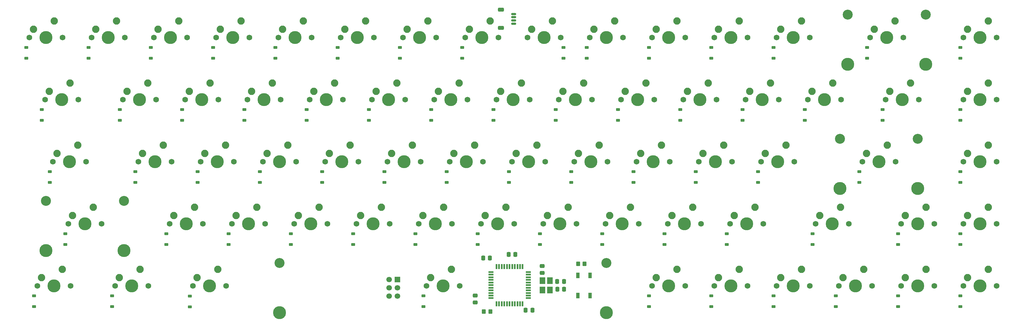
<source format=gbr>
%TF.GenerationSoftware,KiCad,Pcbnew,9.0.1*%
%TF.CreationDate,2025-04-24T13:53:35-06:00*%
%TF.ProjectId,PCBv1,50434276-312e-46b6-9963-61645f706362,rev?*%
%TF.SameCoordinates,Original*%
%TF.FileFunction,Soldermask,Bot*%
%TF.FilePolarity,Negative*%
%FSLAX46Y46*%
G04 Gerber Fmt 4.6, Leading zero omitted, Abs format (unit mm)*
G04 Created by KiCad (PCBNEW 9.0.1) date 2025-04-24 13:53:35*
%MOMM*%
%LPD*%
G01*
G04 APERTURE LIST*
G04 Aperture macros list*
%AMRoundRect*
0 Rectangle with rounded corners*
0 $1 Rounding radius*
0 $2 $3 $4 $5 $6 $7 $8 $9 X,Y pos of 4 corners*
0 Add a 4 corners polygon primitive as box body*
4,1,4,$2,$3,$4,$5,$6,$7,$8,$9,$2,$3,0*
0 Add four circle primitives for the rounded corners*
1,1,$1+$1,$2,$3*
1,1,$1+$1,$4,$5*
1,1,$1+$1,$6,$7*
1,1,$1+$1,$8,$9*
0 Add four rect primitives between the rounded corners*
20,1,$1+$1,$2,$3,$4,$5,0*
20,1,$1+$1,$4,$5,$6,$7,0*
20,1,$1+$1,$6,$7,$8,$9,0*
20,1,$1+$1,$8,$9,$2,$3,0*%
G04 Aperture macros list end*
%ADD10C,1.750000*%
%ADD11C,3.987800*%
%ADD12C,2.250000*%
%ADD13C,3.048000*%
%ADD14RoundRect,0.225000X0.375000X-0.225000X0.375000X0.225000X-0.375000X0.225000X-0.375000X-0.225000X0*%
%ADD15RoundRect,0.250000X0.350000X0.450000X-0.350000X0.450000X-0.350000X-0.450000X0.350000X-0.450000X0*%
%ADD16RoundRect,0.250000X0.337500X0.475000X-0.337500X0.475000X-0.337500X-0.475000X0.337500X-0.475000X0*%
%ADD17RoundRect,0.250000X-0.475000X0.337500X-0.475000X-0.337500X0.475000X-0.337500X0.475000X0.337500X0*%
%ADD18RoundRect,0.150000X0.625000X-0.150000X0.625000X0.150000X-0.625000X0.150000X-0.625000X-0.150000X0*%
%ADD19RoundRect,0.250000X0.650000X-0.350000X0.650000X0.350000X-0.650000X0.350000X-0.650000X-0.350000X0*%
%ADD20R,1.100000X1.800000*%
%ADD21C,1.700000*%
%ADD22R,1.700000X1.700000*%
%ADD23RoundRect,0.250000X-0.337500X-0.475000X0.337500X-0.475000X0.337500X0.475000X-0.337500X0.475000X0*%
%ADD24RoundRect,0.250000X0.475000X-0.337500X0.475000X0.337500X-0.475000X0.337500X-0.475000X-0.337500X0*%
%ADD25R,0.550000X1.500000*%
%ADD26R,1.500000X0.550000*%
%ADD27R,1.800000X2.100000*%
G04 APERTURE END LIST*
D10*
%TO.C,SW61*%
X98901250Y-149225000D03*
D11*
X103981250Y-149225000D03*
D10*
X109061250Y-149225000D03*
D12*
X100171250Y-146685000D03*
X106521250Y-144145000D03*
%TD*%
D10*
%TO.C,SW24*%
X215582500Y-92075000D03*
D11*
X220662500Y-92075000D03*
D10*
X225742500Y-92075000D03*
D12*
X216852500Y-89535000D03*
X223202500Y-86995000D03*
%TD*%
D10*
%TO.C,SW26*%
X253682500Y-92075000D03*
D11*
X258762500Y-92075000D03*
D10*
X263842500Y-92075000D03*
D12*
X254952500Y-89535000D03*
X261302500Y-86995000D03*
%TD*%
D10*
%TO.C,SW27*%
X272732500Y-92075000D03*
D11*
X277812500Y-92075000D03*
D10*
X282892500Y-92075000D03*
D12*
X274002500Y-89535000D03*
X280352500Y-86995000D03*
%TD*%
D10*
%TO.C,SW41*%
X258445000Y-111125000D03*
D11*
X263525000Y-111125000D03*
D10*
X268605000Y-111125000D03*
D12*
X259715000Y-108585000D03*
X266065000Y-106045000D03*
%TD*%
D10*
%TO.C,SW67*%
X320357500Y-149225000D03*
D11*
X325437500Y-149225000D03*
D10*
X330517500Y-149225000D03*
D12*
X321627500Y-146685000D03*
X327977500Y-144145000D03*
%TD*%
D10*
%TO.C,SW56*%
X287020000Y-130175000D03*
D11*
X292100000Y-130175000D03*
D10*
X297180000Y-130175000D03*
D12*
X288290000Y-127635000D03*
X294640000Y-125095000D03*
%TD*%
D10*
%TO.C,SW52*%
X210820000Y-130175000D03*
D11*
X215900000Y-130175000D03*
D10*
X220980000Y-130175000D03*
D12*
X212090000Y-127635000D03*
X218440000Y-125095000D03*
%TD*%
D10*
%TO.C,SW42*%
X277495000Y-111125000D03*
D11*
X282575000Y-111125000D03*
D10*
X287655000Y-111125000D03*
D12*
X278765000Y-108585000D03*
X285115000Y-106045000D03*
%TD*%
D10*
%TO.C,SW3*%
X91757500Y-73025000D03*
D11*
X96837500Y-73025000D03*
D10*
X101917500Y-73025000D03*
D12*
X93027500Y-70485000D03*
X99377500Y-67945000D03*
%TD*%
D10*
%TO.C,SW68*%
X339407500Y-149225000D03*
D11*
X344487500Y-149225000D03*
D10*
X349567500Y-149225000D03*
D12*
X340677500Y-146685000D03*
X347027500Y-144145000D03*
%TD*%
D10*
%TO.C,SW59*%
X358457500Y-130175000D03*
D11*
X363537500Y-130175000D03*
D10*
X368617500Y-130175000D03*
D12*
X359727500Y-127635000D03*
X366077500Y-125095000D03*
%TD*%
D10*
%TO.C,SW31*%
X358457500Y-92075000D03*
D11*
X363537500Y-92075000D03*
D10*
X368617500Y-92075000D03*
D12*
X359727500Y-89535000D03*
X366077500Y-86995000D03*
%TD*%
D10*
%TO.C,SW34*%
X125095000Y-111125000D03*
D11*
X130175000Y-111125000D03*
D10*
X135255000Y-111125000D03*
D12*
X126365000Y-108585000D03*
X132715000Y-106045000D03*
%TD*%
D10*
%TO.C,SW16*%
X358457500Y-73025000D03*
D11*
X363537500Y-73025000D03*
D10*
X368617500Y-73025000D03*
D12*
X359727500Y-70485000D03*
X366077500Y-67945000D03*
%TD*%
D10*
%TO.C,SW66*%
X301307500Y-149225000D03*
D11*
X306387500Y-149225000D03*
D10*
X311467500Y-149225000D03*
D12*
X302577500Y-146685000D03*
X308927500Y-144145000D03*
%TD*%
D10*
%TO.C,SW6*%
X148907500Y-73025000D03*
D11*
X153987500Y-73025000D03*
D10*
X159067500Y-73025000D03*
D12*
X150177500Y-70485000D03*
X156527500Y-67945000D03*
%TD*%
D10*
%TO.C,SW18*%
X101282500Y-92075000D03*
D11*
X106362500Y-92075000D03*
D10*
X111442500Y-92075000D03*
D12*
X102552500Y-89535000D03*
X108902500Y-86995000D03*
%TD*%
D10*
%TO.C,SW8*%
X187007500Y-73025000D03*
D11*
X192087500Y-73025000D03*
D10*
X197167500Y-73025000D03*
D12*
X188277500Y-70485000D03*
X194627500Y-67945000D03*
%TD*%
D10*
%TO.C,SW22*%
X177482500Y-92075000D03*
D11*
X182562500Y-92075000D03*
D10*
X187642500Y-92075000D03*
D12*
X178752500Y-89535000D03*
X185102500Y-86995000D03*
%TD*%
D10*
%TO.C,SW40*%
X239395000Y-111125000D03*
D11*
X244475000Y-111125000D03*
D10*
X249555000Y-111125000D03*
D12*
X240665000Y-108585000D03*
X247015000Y-106045000D03*
%TD*%
D10*
%TO.C,SW53*%
X229870000Y-130175000D03*
D11*
X234950000Y-130175000D03*
D10*
X240030000Y-130175000D03*
D12*
X231140000Y-127635000D03*
X237490000Y-125095000D03*
%TD*%
D13*
%TO.C,SW15*%
X323056250Y-66040000D03*
D11*
X323056250Y-81280000D03*
D10*
X329882500Y-73025000D03*
D11*
X334962500Y-73025000D03*
D10*
X340042500Y-73025000D03*
D13*
X346868750Y-66040000D03*
D11*
X346868750Y-81280000D03*
D12*
X331152500Y-70485000D03*
X337502500Y-67945000D03*
%TD*%
D10*
%TO.C,SW9*%
X206057500Y-73025000D03*
D11*
X211137500Y-73025000D03*
D10*
X216217500Y-73025000D03*
D12*
X207327500Y-70485000D03*
X213677500Y-67945000D03*
%TD*%
D10*
%TO.C,SW20*%
X139382500Y-92075000D03*
D11*
X144462500Y-92075000D03*
D10*
X149542500Y-92075000D03*
D12*
X140652500Y-89535000D03*
X147002500Y-86995000D03*
%TD*%
D10*
%TO.C,SW48*%
X134620000Y-130175000D03*
D11*
X139700000Y-130175000D03*
D10*
X144780000Y-130175000D03*
D12*
X135890000Y-127635000D03*
X142240000Y-125095000D03*
%TD*%
D10*
%TO.C,SW58*%
X339407500Y-130175000D03*
D11*
X344487500Y-130175000D03*
D10*
X349567500Y-130175000D03*
D12*
X340677500Y-127635000D03*
X347027500Y-125095000D03*
%TD*%
D10*
%TO.C,SW60*%
X75088750Y-149225000D03*
D11*
X80168750Y-149225000D03*
D10*
X85248750Y-149225000D03*
D12*
X76358750Y-146685000D03*
X82708750Y-144145000D03*
%TD*%
D10*
%TO.C,SW38*%
X201295000Y-111125000D03*
D11*
X206375000Y-111125000D03*
D10*
X211455000Y-111125000D03*
D12*
X202565000Y-108585000D03*
X208915000Y-106045000D03*
%TD*%
D10*
%TO.C,SW54*%
X248920000Y-130175000D03*
D11*
X254000000Y-130175000D03*
D10*
X259080000Y-130175000D03*
D12*
X250190000Y-127635000D03*
X256540000Y-125095000D03*
%TD*%
D10*
%TO.C,SW65*%
X282257500Y-149225000D03*
D11*
X287337500Y-149225000D03*
D10*
X292417500Y-149225000D03*
D12*
X283527500Y-146685000D03*
X289877500Y-144145000D03*
%TD*%
D10*
%TO.C,SW11*%
X244157500Y-73025000D03*
D11*
X249237500Y-73025000D03*
D10*
X254317500Y-73025000D03*
D12*
X245427500Y-70485000D03*
X251777500Y-67945000D03*
%TD*%
D10*
%TO.C,SW7*%
X167957500Y-73025000D03*
D11*
X173037500Y-73025000D03*
D10*
X178117500Y-73025000D03*
D12*
X169227500Y-70485000D03*
X175577500Y-67945000D03*
%TD*%
D10*
%TO.C,SW12*%
X263207500Y-73025000D03*
D11*
X268287500Y-73025000D03*
D10*
X273367500Y-73025000D03*
D12*
X264477500Y-70485000D03*
X270827500Y-67945000D03*
%TD*%
D10*
%TO.C,SW37*%
X182245000Y-111125000D03*
D11*
X187325000Y-111125000D03*
D10*
X192405000Y-111125000D03*
D12*
X183515000Y-108585000D03*
X189865000Y-106045000D03*
%TD*%
D10*
%TO.C,SW13*%
X282257500Y-73025000D03*
D11*
X287337500Y-73025000D03*
D10*
X292417500Y-73025000D03*
D12*
X283527500Y-70485000D03*
X289877500Y-67945000D03*
%TD*%
D10*
%TO.C,SW51*%
X191770000Y-130175000D03*
D11*
X196850000Y-130175000D03*
D10*
X201930000Y-130175000D03*
D12*
X193040000Y-127635000D03*
X199390000Y-125095000D03*
%TD*%
D10*
%TO.C,SW47*%
X115570000Y-130175000D03*
D11*
X120650000Y-130175000D03*
D10*
X125730000Y-130175000D03*
D12*
X116840000Y-127635000D03*
X123190000Y-125095000D03*
%TD*%
D10*
%TO.C,SW29*%
X310832500Y-92075000D03*
D11*
X315912500Y-92075000D03*
D10*
X320992500Y-92075000D03*
D12*
X312102500Y-89535000D03*
X318452500Y-86995000D03*
%TD*%
D10*
%TO.C,SW21*%
X158432500Y-92075000D03*
D11*
X163512500Y-92075000D03*
D10*
X168592500Y-92075000D03*
D12*
X159702500Y-89535000D03*
X166052500Y-86995000D03*
%TD*%
D10*
%TO.C,SW30*%
X334645000Y-92075000D03*
D11*
X339725000Y-92075000D03*
D10*
X344805000Y-92075000D03*
D12*
X335915000Y-89535000D03*
X342265000Y-86995000D03*
%TD*%
D10*
%TO.C,SW33*%
X106045000Y-111125000D03*
D11*
X111125000Y-111125000D03*
D10*
X116205000Y-111125000D03*
D12*
X107315000Y-108585000D03*
X113665000Y-106045000D03*
%TD*%
D10*
%TO.C,SW35*%
X144145000Y-111125000D03*
D11*
X149225000Y-111125000D03*
D10*
X154305000Y-111125000D03*
D12*
X145415000Y-108585000D03*
X151765000Y-106045000D03*
%TD*%
D13*
%TO.C,SW44*%
X320675000Y-104140000D03*
D11*
X320675000Y-119380000D03*
D10*
X327501250Y-111125000D03*
D11*
X332581250Y-111125000D03*
D10*
X337661250Y-111125000D03*
D13*
X344487500Y-104140000D03*
D11*
X344487500Y-119380000D03*
D12*
X328771250Y-108585000D03*
X335121250Y-106045000D03*
%TD*%
D10*
%TO.C,SW45*%
X358457500Y-111125000D03*
D11*
X363537500Y-111125000D03*
D10*
X368617500Y-111125000D03*
D12*
X359727500Y-108585000D03*
X366077500Y-106045000D03*
%TD*%
D10*
%TO.C,SW14*%
X301307500Y-73025000D03*
D11*
X306387500Y-73025000D03*
D10*
X311467500Y-73025000D03*
D12*
X302577500Y-70485000D03*
X308927500Y-67945000D03*
%TD*%
D10*
%TO.C,SW23*%
X196532500Y-92075000D03*
D11*
X201612500Y-92075000D03*
D10*
X206692500Y-92075000D03*
D12*
X197802500Y-89535000D03*
X204152500Y-86995000D03*
%TD*%
D10*
%TO.C,SW32*%
X79851250Y-111125000D03*
D11*
X84931250Y-111125000D03*
D10*
X90011250Y-111125000D03*
D12*
X81121250Y-108585000D03*
X87471250Y-106045000D03*
%TD*%
D10*
%TO.C,SW49*%
X153670000Y-130175000D03*
D11*
X158750000Y-130175000D03*
D10*
X163830000Y-130175000D03*
D12*
X154940000Y-127635000D03*
X161290000Y-125095000D03*
%TD*%
D10*
%TO.C,SW1*%
X72707500Y-73025000D03*
D11*
X77787500Y-73025000D03*
D10*
X82867500Y-73025000D03*
D12*
X73977500Y-70485000D03*
X80327500Y-67945000D03*
%TD*%
D10*
%TO.C,SW4*%
X110807500Y-73025000D03*
D11*
X115887500Y-73025000D03*
D10*
X120967500Y-73025000D03*
D12*
X112077500Y-70485000D03*
X118427500Y-67945000D03*
%TD*%
D13*
%TO.C,SW63*%
X149231350Y-142240000D03*
D11*
X149231350Y-157480000D03*
D10*
X194151250Y-149225000D03*
D11*
X199231250Y-149225000D03*
D10*
X204311250Y-149225000D03*
D13*
X249231150Y-142240000D03*
D11*
X249231150Y-157480000D03*
D12*
X195421250Y-146685000D03*
X201771250Y-144145000D03*
%TD*%
D10*
%TO.C,SW64*%
X263207500Y-149225000D03*
D11*
X268287500Y-149225000D03*
D10*
X273367500Y-149225000D03*
D12*
X264477500Y-146685000D03*
X270827500Y-144145000D03*
%TD*%
D10*
%TO.C,SW43*%
X296545000Y-111125000D03*
D11*
X301625000Y-111125000D03*
D10*
X306705000Y-111125000D03*
D12*
X297815000Y-108585000D03*
X304165000Y-106045000D03*
%TD*%
D10*
%TO.C,SW25*%
X234632500Y-92075000D03*
D11*
X239712500Y-92075000D03*
D10*
X244792500Y-92075000D03*
D12*
X235902500Y-89535000D03*
X242252500Y-86995000D03*
%TD*%
D10*
%TO.C,SW55*%
X267970000Y-130175000D03*
D11*
X273050000Y-130175000D03*
D10*
X278130000Y-130175000D03*
D12*
X269240000Y-127635000D03*
X275590000Y-125095000D03*
%TD*%
D10*
%TO.C,SW50*%
X172720000Y-130175000D03*
D11*
X177800000Y-130175000D03*
D10*
X182880000Y-130175000D03*
D12*
X173990000Y-127635000D03*
X180340000Y-125095000D03*
%TD*%
D10*
%TO.C,SW28*%
X291782500Y-92075000D03*
D11*
X296862500Y-92075000D03*
D10*
X301942500Y-92075000D03*
D12*
X293052500Y-89535000D03*
X299402500Y-86995000D03*
%TD*%
D10*
%TO.C,SW57*%
X313213750Y-130175000D03*
D11*
X318293750Y-130175000D03*
D10*
X323373750Y-130175000D03*
D12*
X314483750Y-127635000D03*
X320833750Y-125095000D03*
%TD*%
D10*
%TO.C,SW69*%
X358457500Y-149225000D03*
D11*
X363537500Y-149225000D03*
D10*
X368617500Y-149225000D03*
D12*
X359727500Y-146685000D03*
X366077500Y-144145000D03*
%TD*%
D10*
%TO.C,SW5*%
X129857500Y-73025000D03*
D11*
X134937500Y-73025000D03*
D10*
X140017500Y-73025000D03*
D12*
X131127500Y-70485000D03*
X137477500Y-67945000D03*
%TD*%
D10*
%TO.C,SW39*%
X220345000Y-111125000D03*
D11*
X225425000Y-111125000D03*
D10*
X230505000Y-111125000D03*
D12*
X221615000Y-108585000D03*
X227965000Y-106045000D03*
%TD*%
D13*
%TO.C,SW46*%
X77787500Y-123190000D03*
D11*
X77787500Y-138430000D03*
D10*
X84613750Y-130175000D03*
D11*
X89693750Y-130175000D03*
D10*
X94773750Y-130175000D03*
D13*
X101600000Y-123190000D03*
D11*
X101600000Y-138430000D03*
D12*
X85883750Y-127635000D03*
X92233750Y-125095000D03*
%TD*%
D10*
%TO.C,SW62*%
X122713750Y-149225000D03*
D11*
X127793750Y-149225000D03*
D10*
X132873750Y-149225000D03*
D12*
X123983750Y-146685000D03*
X130333750Y-144145000D03*
%TD*%
D10*
%TO.C,SW19*%
X120332500Y-92075000D03*
D11*
X125412500Y-92075000D03*
D10*
X130492500Y-92075000D03*
D12*
X121602500Y-89535000D03*
X127952500Y-86995000D03*
%TD*%
D10*
%TO.C,SW10*%
X225107500Y-73025000D03*
D11*
X230187500Y-73025000D03*
D10*
X235267500Y-73025000D03*
D12*
X226377500Y-70485000D03*
X232727500Y-67945000D03*
%TD*%
D10*
%TO.C,SW36*%
X163195000Y-111125000D03*
D11*
X168275000Y-111125000D03*
D10*
X173355000Y-111125000D03*
D12*
X164465000Y-108585000D03*
X170815000Y-106045000D03*
%TD*%
D10*
%TO.C,SW17*%
X77470000Y-92075000D03*
D11*
X82550000Y-92075000D03*
D10*
X87630000Y-92075000D03*
D12*
X78740000Y-89535000D03*
X85090000Y-86995000D03*
%TD*%
D14*
%TO.C,D52*%
X209867500Y-136525000D03*
X209867500Y-133225000D03*
%TD*%
%TO.C,D10*%
X236061250Y-79375000D03*
X236061250Y-76075000D03*
%TD*%
%TO.C,D41*%
X257492500Y-117475000D03*
X257492500Y-114175000D03*
%TD*%
%TO.C,D62*%
X121761250Y-155700000D03*
X121761250Y-152400000D03*
%TD*%
%TO.C,D67*%
X319405000Y-155575000D03*
X319405000Y-152275000D03*
%TD*%
%TO.C,D36*%
X162242500Y-117475000D03*
X162242500Y-114175000D03*
%TD*%
%TO.C,D49*%
X152717500Y-136525000D03*
X152717500Y-133225000D03*
%TD*%
%TO.C,D56*%
X286067500Y-136525000D03*
X286067500Y-133225000D03*
%TD*%
D15*
%TO.C,R5*%
X242554000Y-142494000D03*
X240554000Y-142494000D03*
%TD*%
D14*
%TO.C,D47*%
X114617500Y-136525000D03*
X114617500Y-133225000D03*
%TD*%
D16*
%TO.C,C6*%
X236263000Y-150241000D03*
X234188000Y-150241000D03*
%TD*%
D14*
%TO.C,D28*%
X290830000Y-98425000D03*
X290830000Y-95125000D03*
%TD*%
%TO.C,D35*%
X143192500Y-117475000D03*
X143192500Y-114175000D03*
%TD*%
D17*
%TO.C,C2*%
X229532000Y-143183700D03*
X229532000Y-145258700D03*
%TD*%
D14*
%TO.C,D6*%
X147955000Y-79375000D03*
X147955000Y-76075000D03*
%TD*%
%TO.C,D57*%
X312261250Y-136525000D03*
X312261250Y-133225000D03*
%TD*%
D18*
%TO.C,J2*%
X220821000Y-68810000D03*
X220821000Y-67810000D03*
X220821000Y-66810000D03*
X220821000Y-65810000D03*
D19*
X216946000Y-70110000D03*
X216946000Y-64510000D03*
%TD*%
D14*
%TO.C,D22*%
X176530000Y-98425000D03*
X176530000Y-95125000D03*
%TD*%
%TO.C,D44*%
X326548750Y-117475000D03*
X326548750Y-114175000D03*
%TD*%
%TO.C,D43*%
X295592500Y-117475000D03*
X295592500Y-114175000D03*
%TD*%
%TO.C,D3*%
X90805000Y-79375000D03*
X90805000Y-76075000D03*
%TD*%
%TO.C,D16*%
X357505000Y-79375000D03*
X357505000Y-76075000D03*
%TD*%
%TO.C,D29*%
X309880000Y-98425000D03*
X309880000Y-95125000D03*
%TD*%
%TO.C,D33*%
X105092500Y-117475000D03*
X105092500Y-114175000D03*
%TD*%
%TO.C,D45*%
X357505000Y-117475000D03*
X357505000Y-114175000D03*
%TD*%
%TO.C,D31*%
X357505000Y-98425000D03*
X357505000Y-95125000D03*
%TD*%
%TO.C,D68*%
X338455000Y-155575000D03*
X338455000Y-152275000D03*
%TD*%
%TO.C,D30*%
X333692500Y-98425000D03*
X333692500Y-95125000D03*
%TD*%
%TO.C,D46*%
X83661250Y-136525000D03*
X83661250Y-133225000D03*
%TD*%
%TO.C,D5*%
X128905000Y-79375000D03*
X128905000Y-76075000D03*
%TD*%
%TO.C,D38*%
X200342500Y-117475000D03*
X200342500Y-114175000D03*
%TD*%
%TO.C,D34*%
X124142500Y-117475000D03*
X124142500Y-114175000D03*
%TD*%
D16*
%TO.C,C7*%
X236237600Y-147904200D03*
X234162600Y-147904200D03*
%TD*%
D14*
%TO.C,D42*%
X276542500Y-117475000D03*
X276542500Y-114175000D03*
%TD*%
%TO.C,D69*%
X357505000Y-155637500D03*
X357505000Y-152337500D03*
%TD*%
D20*
%TO.C,SW2*%
X240521000Y-145998000D03*
X240521000Y-152198000D03*
X244221000Y-145998000D03*
X244221000Y-152198000D03*
%TD*%
D14*
%TO.C,D55*%
X267017500Y-136525000D03*
X267017500Y-133225000D03*
%TD*%
%TO.C,D24*%
X214630000Y-98425000D03*
X214630000Y-95125000D03*
%TD*%
%TO.C,D23*%
X195580000Y-98425000D03*
X195580000Y-95125000D03*
%TD*%
%TO.C,D63*%
X193198750Y-155575000D03*
X193198750Y-152275000D03*
%TD*%
D21*
%TO.C,J1*%
X182747225Y-152364145D03*
X185287225Y-152364145D03*
X182747225Y-149824145D03*
X185287225Y-149824145D03*
X182747225Y-147284145D03*
D22*
X185287225Y-147284145D03*
%TD*%
D14*
%TO.C,D64*%
X262255000Y-155575000D03*
X262255000Y-152275000D03*
%TD*%
%TO.C,D40*%
X238442500Y-117475000D03*
X238442500Y-114175000D03*
%TD*%
%TO.C,D13*%
X281305000Y-79375000D03*
X281305000Y-76075000D03*
%TD*%
%TO.C,D58*%
X338455000Y-136525000D03*
X338455000Y-133225000D03*
%TD*%
%TO.C,D60*%
X74136250Y-155575000D03*
X74136250Y-152275000D03*
%TD*%
%TO.C,D61*%
X97948750Y-155575000D03*
X97948750Y-152275000D03*
%TD*%
%TO.C,D18*%
X100330000Y-98425000D03*
X100330000Y-95125000D03*
%TD*%
D16*
%TO.C,C5*%
X213592500Y-140712500D03*
X211517500Y-140712500D03*
%TD*%
D23*
%TO.C,C4*%
X224514500Y-156718000D03*
X226589500Y-156718000D03*
%TD*%
D14*
%TO.C,D39*%
X219392500Y-117475000D03*
X219392500Y-114175000D03*
%TD*%
%TO.C,D11*%
X243205000Y-79375000D03*
X243205000Y-76075000D03*
%TD*%
D24*
%TO.C,C3*%
X209092500Y-154287500D03*
X209092500Y-152212500D03*
%TD*%
D14*
%TO.C,D54*%
X247967500Y-136525000D03*
X247967500Y-133225000D03*
%TD*%
%TO.C,D14*%
X300355000Y-79375000D03*
X300355000Y-76075000D03*
%TD*%
%TO.C,D51*%
X190817500Y-136525000D03*
X190817500Y-133225000D03*
%TD*%
%TO.C,D48*%
X133667500Y-136525000D03*
X133667500Y-133225000D03*
%TD*%
%TO.C,D66*%
X300355000Y-155575000D03*
X300355000Y-152275000D03*
%TD*%
%TO.C,D19*%
X119380000Y-98425000D03*
X119380000Y-95125000D03*
%TD*%
%TO.C,D20*%
X138430000Y-98425000D03*
X138430000Y-95125000D03*
%TD*%
%TO.C,D65*%
X281305000Y-155575000D03*
X281305000Y-152275000D03*
%TD*%
%TO.C,D32*%
X78898750Y-117475000D03*
X78898750Y-114175000D03*
%TD*%
%TO.C,D7*%
X167005000Y-79375000D03*
X167005000Y-76075000D03*
%TD*%
%TO.C,D15*%
X328930000Y-79375000D03*
X328930000Y-76075000D03*
%TD*%
D25*
%TO.C,U1*%
X215586250Y-143312500D03*
X216386250Y-143312500D03*
X217186250Y-143312500D03*
X217986250Y-143312500D03*
X218786250Y-143312500D03*
X219586250Y-143312500D03*
X220386250Y-143312500D03*
X221186250Y-143312500D03*
X221986250Y-143312500D03*
X222786250Y-143312500D03*
X223586250Y-143312500D03*
D26*
X225286250Y-145012500D03*
X225286250Y-145812500D03*
X225286250Y-146612500D03*
X225286250Y-147412500D03*
X225286250Y-148212500D03*
X225286250Y-149012500D03*
X225286250Y-149812500D03*
X225286250Y-150612500D03*
X225286250Y-151412500D03*
X225286250Y-152212500D03*
X225286250Y-153012500D03*
D25*
X223586250Y-154712500D03*
X222786250Y-154712500D03*
X221986250Y-154712500D03*
X221186250Y-154712500D03*
X220386250Y-154712500D03*
X219586250Y-154712500D03*
X218786250Y-154712500D03*
X217986250Y-154712500D03*
X217186250Y-154712500D03*
X216386250Y-154712500D03*
X215586250Y-154712500D03*
D26*
X213886250Y-153012500D03*
X213886250Y-152212500D03*
X213886250Y-151412500D03*
X213886250Y-150612500D03*
X213886250Y-149812500D03*
X213886250Y-149012500D03*
X213886250Y-148212500D03*
X213886250Y-147412500D03*
X213886250Y-146612500D03*
X213886250Y-145812500D03*
X213886250Y-145012500D03*
%TD*%
D14*
%TO.C,D12*%
X262255000Y-79375000D03*
X262255000Y-76075000D03*
%TD*%
%TO.C,D8*%
X186055000Y-79375000D03*
X186055000Y-76075000D03*
%TD*%
%TO.C,D17*%
X76517500Y-98425000D03*
X76517500Y-95125000D03*
%TD*%
%TO.C,D27*%
X271780000Y-98425000D03*
X271780000Y-95125000D03*
%TD*%
%TO.C,D37*%
X181292500Y-117475000D03*
X181292500Y-114175000D03*
%TD*%
%TO.C,D26*%
X252730000Y-98425000D03*
X252730000Y-95125000D03*
%TD*%
%TO.C,D59*%
X357505000Y-136525000D03*
X357505000Y-133225000D03*
%TD*%
D15*
%TO.C,R1*%
X213709000Y-157099000D03*
X211709000Y-157099000D03*
%TD*%
D14*
%TO.C,D2*%
X71755000Y-79375000D03*
X71755000Y-76075000D03*
%TD*%
%TO.C,D9*%
X205105000Y-79375000D03*
X205105000Y-76075000D03*
%TD*%
%TO.C,D21*%
X157480000Y-98425000D03*
X157480000Y-95125000D03*
%TD*%
%TO.C,D53*%
X228917500Y-136525000D03*
X228917500Y-133225000D03*
%TD*%
D16*
%TO.C,C1*%
X221382500Y-139573000D03*
X219307500Y-139573000D03*
%TD*%
D14*
%TO.C,D25*%
X233680000Y-98425000D03*
X233680000Y-95125000D03*
%TD*%
%TO.C,D50*%
X171767500Y-136525000D03*
X171767500Y-133225000D03*
%TD*%
D27*
%TO.C,Y1*%
X229659000Y-150550200D03*
X229659000Y-147650200D03*
X231959000Y-147650200D03*
X231959000Y-150550200D03*
%TD*%
D14*
%TO.C,D4*%
X109855000Y-79375000D03*
X109855000Y-76075000D03*
%TD*%
M02*

</source>
